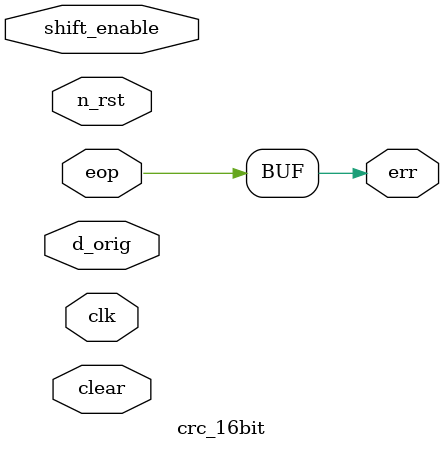
<source format=sv>
module crc_16bit (
    input wire clk,
    input wire n_rst,
    input wire d_orig,
    input wire clear,
    input wire shift_enable,
    input wire eop,
    output reg err
);

    reg [15:0] crc_data, next_crc;
    wire reg_enable;
    assign reg_enable = (shift_enable) && (!eop);

    always_ff @(posedge clk, negedge n_rst) begin: REG
        if (n_rst == 0) begin
            crc_data <= '0;
        end else begin
            crc_data <= next_crc;
        end        
    end

    assign inv = d_orig ^ crc[15];

    always_comb begin: NEXT_STATE
        next_crc = crc;
        if (clear) begin
            next_crc = '0;
        end else if (reg_enable) begin
            next_crc[15] = crc_data[14] ^ inv;
            next_crc[14:3] = crc_data[13:2];
            next_crc[2] = crc[1] ^ inv;
            next_crc[1] = crc[0];
            next_crc[0] = inv;
        end
    end

    assign err = eop && (crc != 16'h800D);

endmodule
</source>
